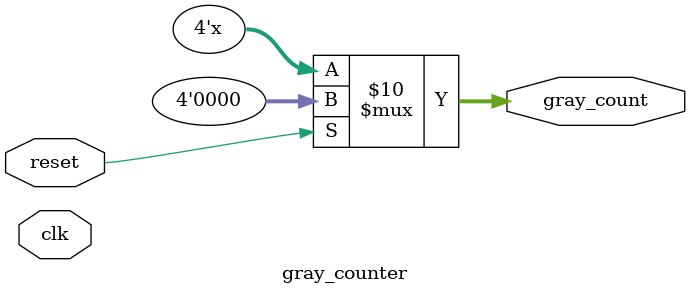
<source format=v>
 module gray_counter(clk,reset,gray_count);
 parameter N=4;
 input clk,reset;
 output reg[N-1:0]gray_count;
 reg[N-1:0]bin_count;
 always@(posedgeclk)
 begin
 if(reset)
 begin
 gray_count=4'b0000;
 bin_count=4'b0000;
 end
 else
 begin
 bin_count=bin_count+1;
 gray_count=
 {bin_count[3],bin_count[3]^bin_count[2],bin_count[2]^bin_count[1],
 bin_count[1]^bin_count[0]};
 end
 end
 endmodule

</source>
